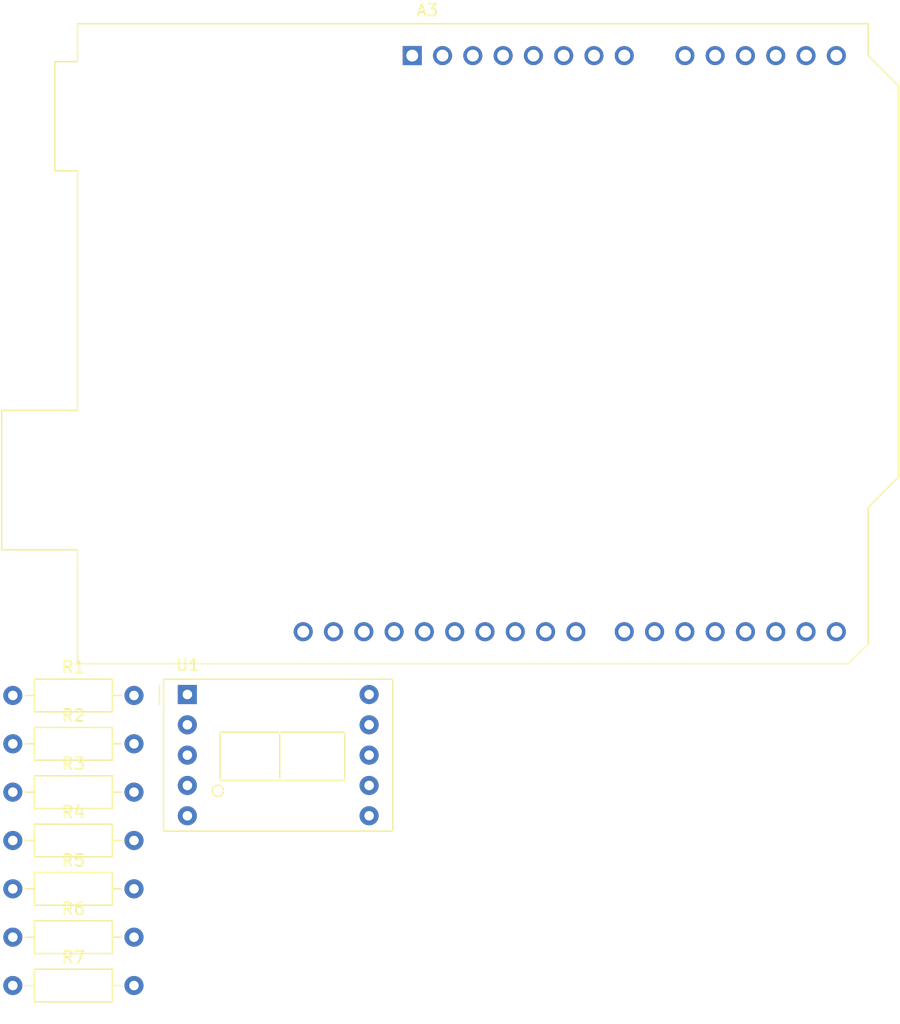
<source format=kicad_pcb>
(kicad_pcb (version 20240108) (generator "pcbnew") (generator_version "8.0")
  (layers (0 "F.Cu" signal) (31 "B.Cu" signal) (34 "B.Paste" user) (35 "F.Paste" user) (36 "B.SilkS" user "B.Silkscreen") (37 "F.SilkS" user "F.Silkscreen") (38 "B.Mask" user) (39 "F.Mask" user) (44 "Edge.Cuts" user))
  (net 0 "")
  (net 4 "Net-(A3-D7)")
  (net 5 "Net-(A3-D5)")
  (net 6 "/D9")
  (net 11 "Net-(A3-D6)")
  (net 13 "Net-(A3-D4)")
  (net 14 "Net-(A3-GND-Pad7)")
  (net 15 "Net-(A3-D8)")
  (net 19 "Net-(A3-D3)")
  (net 33 "Net-(U1-A)")
  (net 34 "Net-(U1-B)")
  (net 35 "Net-(U1-C)")
  (net 36 "Net-(U1-D)")
  (net 37 "Net-(U1-E)")
  (net 38 "Net-(U1-F)")
  (net 39 "/7-seg-G")
  (footprint "Resistor_THT:R_Axial_DIN0207_L6.3mm_D2.5mm_P10.16mm_Horizontal" (layer "F.Cu") (at 97.95 136.44)
    (property "Reference" "R3" (at 5.08 -2.37 0) (layer "F.SilkS"))
    (property "Value" "R_US")
    (fp_line (start 1.04 0) (end 1.81 0) (stroke (width 0.12)) (layer "F.SilkS"))
    (fp_line (start 1.81 -1.37) (end 1.81 1.37) (stroke (width 0.12)) (layer "F.SilkS"))
    (fp_line (start 1.81 1.37) (end 8.35 1.37) (stroke (width 0.12)) (layer "F.SilkS"))
    (fp_line (start 8.35 -1.37) (end 1.81 -1.37) (stroke (width 0.12)) (layer "F.SilkS"))
    (fp_line (start 8.35 1.37) (end 8.35 -1.37) (stroke (width 0.12)) (layer "F.SilkS"))
    (fp_line (start 9.12 0) (end 8.35 0) (stroke (width 0.12)) (layer "F.SilkS"))
    (pad "1" thru_hole circle (at 0 0) (size 1.6 1.6) (drill 0.8) (layers "*.Cu" "*.Mask" "In1.Cu" "In2.Cu" "In3.Cu" "In4.Cu" "In5.Cu" "In6.Cu" "In7.Cu" "In8.Cu" "In9.Cu" "In10.Cu" "In11.Cu" "In12.Cu" "In13.Cu" "In14.Cu" "In15.Cu" "In16.Cu" "In17.Cu" "In18.Cu" "In19.Cu" "In20.Cu" "In21.Cu" "In22.Cu" "In23.Cu" "In24.Cu" "In25.Cu" "In26.Cu" "In27.Cu" "In28.Cu" "In29.Cu" "In30.Cu") (net 5 "Net-(A3-D5)"))
    (pad "2" thru_hole oval (at 10.16 0) (size 1.6 1.6) (drill 0.8) (layers "*.Cu" "*.Mask" "In1.Cu" "In2.Cu" "In3.Cu" "In4.Cu" "In5.Cu" "In6.Cu" "In7.Cu" "In8.Cu" "In9.Cu" "In10.Cu" "In11.Cu" "In12.Cu" "In13.Cu" "In14.Cu" "In15.Cu" "In16.Cu" "In17.Cu" "In18.Cu" "In19.Cu" "In20.Cu" "In21.Cu" "In22.Cu" "In23.Cu" "In24.Cu" "In25.Cu" "In26.Cu" "In27.Cu" "In28.Cu" "In29.Cu" "In30.Cu") (net 35 "Net-(U1-C)"))
  )
  (footprint "Display_7Segment:D1X8K" (layer "F.Cu") (at 112.585 128.26)
    (property "Reference" "U1" (at 0.03 -2.48 0) (layer "F.SilkS"))
    (property "Value" "D168K")
    (fp_line (start -2.34 -0.8) (end -2.34 0.81) (stroke (width 0.12)) (layer "F.SilkS"))
    (fp_line (start -1.99 -1.28) (end -1.99 11.44) (stroke (width 0.12)) (layer "F.SilkS"))
    (fp_line (start 2.7438 3.3372) (end 2.7438 7.0202) (stroke (width 0.12)) (layer "F.SilkS"))
    (fp_line (start 7.646 3.1594) (end 2.7438 3.1594) (stroke (width 0.12)) (layer "F.SilkS"))
    (fp_line (start 7.646 7.198) (end 2.7438 7.198) (stroke (width 0.12)) (layer "F.SilkS"))
    (fp_line (start 7.7476 3.3372) (end 7.7476 7.0202) (stroke (width 0.12)) (layer "F.SilkS"))
    (fp_line (start 13.1832 3.1594) (end 7.8238 3.1594) (stroke (width 0.12)) (layer "F.SilkS"))
    (fp_line (start 13.1832 7.198) (end 7.8238 7.198) (stroke (width 0.12)) (layer "F.SilkS"))
    (fp_line (start 13.2086 3.3372) (end 13.2086 7.0202) (stroke (width 0.12)) (layer "F.SilkS"))
    (fp_line (start 17.23 -1.28) (end -1.99 -1.28) (stroke (width 0.12)) (layer "F.SilkS"))
    (fp_line (start 17.23 -1.28) (end 17.23 11.44) (stroke (width 0.12)) (layer "F.SilkS"))
    (fp_line (start 17.23 11.44) (end -1.99 11.44) (stroke (width 0.12)) (layer "F.SilkS"))
    (fp_circle (center 2.557533 8.07) (end 2.836933 7.689) (stroke (width 0.12)) (fill none) (layer "F.SilkS"))
    (pad "1" thru_hole rect (at 0 0 270) (size 1.6 1.6) (drill 0.8) (layers "*.Cu" "*.Mask" "In1.Cu" "In2.Cu" "In3.Cu" "In4.Cu" "In5.Cu" "In6.Cu" "In7.Cu" "In8.Cu" "In9.Cu" "In10.Cu" "In11.Cu" "In12.Cu" "In13.Cu" "In14.Cu" "In15.Cu" "In16.Cu" "In17.Cu" "In18.Cu" "In19.Cu" "In20.Cu" "In21.Cu" "In22.Cu" "In23.Cu" "In24.Cu" "In25.Cu" "In26.Cu" "In27.Cu" "In28.Cu" "In29.Cu" "In30.Cu") (net 37 "Net-(U1-E)"))
    (pad "2" thru_hole circle (at 0 2.54 270) (size 1.6 1.6) (drill 0.8) (layers "*.Cu" "*.Mask" "In1.Cu" "In2.Cu" "In3.Cu" "In4.Cu" "In5.Cu" "In6.Cu" "In7.Cu" "In8.Cu" "In9.Cu" "In10.Cu" "In11.Cu" "In12.Cu" "In13.Cu" "In14.Cu" "In15.Cu" "In16.Cu" "In17.Cu" "In18.Cu" "In19.Cu" "In20.Cu" "In21.Cu" "In22.Cu" "In23.Cu" "In24.Cu" "In25.Cu" "In26.Cu" "In27.Cu" "In28.Cu" "In29.Cu" "In30.Cu") (net 36 "Net-(U1-D)"))
    (pad "3" thru_hole circle (at 0 5.08 270) (size 1.6 1.6) (drill 0.8) (layers "*.Cu" "*.Mask" "In1.Cu" "In2.Cu" "In3.Cu" "In4.Cu" "In5.Cu" "In6.Cu" "In7.Cu" "In8.Cu" "In9.Cu" "In10.Cu" "In11.Cu" "In12.Cu" "In13.Cu" "In14.Cu" "In15.Cu" "In16.Cu" "In17.Cu" "In18.Cu" "In19.Cu" "In20.Cu" "In21.Cu" "In22.Cu" "In23.Cu" "In24.Cu" "In25.Cu" "In26.Cu" "In27.Cu" "In28.Cu" "In29.Cu" "In30.Cu"))
    (pad "4" thru_hole circle (at 0 7.62 270) (size 1.6 1.6) (drill 0.8) (layers "*.Cu" "*.Mask" "In1.Cu" "In2.Cu" "In3.Cu" "In4.Cu" "In5.Cu" "In6.Cu" "In7.Cu" "In8.Cu" "In9.Cu" "In10.Cu" "In11.Cu" "In12.Cu" "In13.Cu" "In14.Cu" "In15.Cu" "In16.Cu" "In17.Cu" "In18.Cu" "In19.Cu" "In20.Cu" "In21.Cu" "In22.Cu" "In23.Cu" "In24.Cu" "In25.Cu" "In26.Cu" "In27.Cu" "In28.Cu" "In29.Cu" "In30.Cu") (net 35 "Net-(U1-C)"))
    (pad "5" thru_hole circle (at 0 10.16 270) (size 1.6 1.6) (drill 0.8) (layers "*.Cu" "*.Mask" "In1.Cu" "In2.Cu" "In3.Cu" "In4.Cu" "In5.Cu" "In6.Cu" "In7.Cu" "In8.Cu" "In9.Cu" "In10.Cu" "In11.Cu" "In12.Cu" "In13.Cu" "In14.Cu" "In15.Cu" "In16.Cu" "In17.Cu" "In18.Cu" "In19.Cu" "In20.Cu" "In21.Cu" "In22.Cu" "In23.Cu" "In24.Cu" "In25.Cu" "In26.Cu" "In27.Cu" "In28.Cu" "In29.Cu" "In30.Cu"))
    (pad "6" thru_hole circle (at 15.24 10.16 270) (size 1.6 1.6) (drill 0.8) (layers "*.Cu" "*.Mask" "In1.Cu" "In2.Cu" "In3.Cu" "In4.Cu" "In5.Cu" "In6.Cu" "In7.Cu" "In8.Cu" "In9.Cu" "In10.Cu" "In11.Cu" "In12.Cu" "In13.Cu" "In14.Cu" "In15.Cu" "In16.Cu" "In17.Cu" "In18.Cu" "In19.Cu" "In20.Cu" "In21.Cu" "In22.Cu" "In23.Cu" "In24.Cu" "In25.Cu" "In26.Cu" "In27.Cu" "In28.Cu" "In29.Cu" "In30.Cu") (net 34 "Net-(U1-B)"))
    (pad "7" thru_hole circle (at 15.24 7.62 270) (size 1.6 1.6) (drill 0.8) (layers "*.Cu" "*.Mask" "In1.Cu" "In2.Cu" "In3.Cu" "In4.Cu" "In5.Cu" "In6.Cu" "In7.Cu" "In8.Cu" "In9.Cu" "In10.Cu" "In11.Cu" "In12.Cu" "In13.Cu" "In14.Cu" "In15.Cu" "In16.Cu" "In17.Cu" "In18.Cu" "In19.Cu" "In20.Cu" "In21.Cu" "In22.Cu" "In23.Cu" "In24.Cu" "In25.Cu" "In26.Cu" "In27.Cu" "In28.Cu" "In29.Cu" "In30.Cu") (net 33 "Net-(U1-A)"))
    (pad "8" thru_hole circle (at 15.24 5.08 270) (size 1.6 1.6) (drill 0.8) (layers "*.Cu" "*.Mask" "In1.Cu" "In2.Cu" "In3.Cu" "In4.Cu" "In5.Cu" "In6.Cu" "In7.Cu" "In8.Cu" "In9.Cu" "In10.Cu" "In11.Cu" "In12.Cu" "In13.Cu" "In14.Cu" "In15.Cu" "In16.Cu" "In17.Cu" "In18.Cu" "In19.Cu" "In20.Cu" "In21.Cu" "In22.Cu" "In23.Cu" "In24.Cu" "In25.Cu" "In26.Cu" "In27.Cu" "In28.Cu" "In29.Cu" "In30.Cu") (net 14 "Net-(A3-GND-Pad7)"))
    (pad "9" thru_hole circle (at 15.24 2.54 270) (size 1.6 1.6) (drill 0.8) (layers "*.Cu" "*.Mask" "In1.Cu" "In2.Cu" "In3.Cu" "In4.Cu" "In5.Cu" "In6.Cu" "In7.Cu" "In8.Cu" "In9.Cu" "In10.Cu" "In11.Cu" "In12.Cu" "In13.Cu" "In14.Cu" "In15.Cu" "In16.Cu" "In17.Cu" "In18.Cu" "In19.Cu" "In20.Cu" "In21.Cu" "In22.Cu" "In23.Cu" "In24.Cu" "In25.Cu" "In26.Cu" "In27.Cu" "In28.Cu" "In29.Cu" "In30.Cu") (net 38 "Net-(U1-F)"))
    (pad "10" thru_hole circle (at 15.24 0 270) (size 1.6 1.6) (drill 0.8) (layers "*.Cu" "*.Mask" "In1.Cu" "In2.Cu" "In3.Cu" "In4.Cu" "In5.Cu" "In6.Cu" "In7.Cu" "In8.Cu" "In9.Cu" "In10.Cu" "In11.Cu" "In12.Cu" "In13.Cu" "In14.Cu" "In15.Cu" "In16.Cu" "In17.Cu" "In18.Cu" "In19.Cu" "In20.Cu" "In21.Cu" "In22.Cu" "In23.Cu" "In24.Cu" "In25.Cu" "In26.Cu" "In27.Cu" "In28.Cu" "In29.Cu" "In30.Cu") (net 39 "/7-seg-G"))
  )
  (footprint "Resistor_THT:R_Axial_DIN0207_L6.3mm_D2.5mm_P10.16mm_Horizontal" (layer "F.Cu") (at 97.95 132.39)
    (property "Reference" "R2" (at 5.08 -2.37 0) (layer "F.SilkS"))
    (property "Value" "R_US")
    (fp_line (start 1.04 0) (end 1.81 0) (stroke (width 0.12)) (layer "F.SilkS"))
    (fp_line (start 1.81 -1.37) (end 1.81 1.37) (stroke (width 0.12)) (layer "F.SilkS"))
    (fp_line (start 1.81 1.37) (end 8.35 1.37) (stroke (width 0.12)) (layer "F.SilkS"))
    (fp_line (start 8.35 -1.37) (end 1.81 -1.37) (stroke (width 0.12)) (layer "F.SilkS"))
    (fp_line (start 8.35 1.37) (end 8.35 -1.37) (stroke (width 0.12)) (layer "F.SilkS"))
    (fp_line (start 9.12 0) (end 8.35 0) (stroke (width 0.12)) (layer "F.SilkS"))
    (pad "1" thru_hole circle (at 0 0) (size 1.6 1.6) (drill 0.8) (layers "*.Cu" "*.Mask" "In1.Cu" "In2.Cu" "In3.Cu" "In4.Cu" "In5.Cu" "In6.Cu" "In7.Cu" "In8.Cu" "In9.Cu" "In10.Cu" "In11.Cu" "In12.Cu" "In13.Cu" "In14.Cu" "In15.Cu" "In16.Cu" "In17.Cu" "In18.Cu" "In19.Cu" "In20.Cu" "In21.Cu" "In22.Cu" "In23.Cu" "In24.Cu" "In25.Cu" "In26.Cu" "In27.Cu" "In28.Cu" "In29.Cu" "In30.Cu") (net 13 "Net-(A3-D4)"))
    (pad "2" thru_hole oval (at 10.16 0) (size 1.6 1.6) (drill 0.8) (layers "*.Cu" "*.Mask" "In1.Cu" "In2.Cu" "In3.Cu" "In4.Cu" "In5.Cu" "In6.Cu" "In7.Cu" "In8.Cu" "In9.Cu" "In10.Cu" "In11.Cu" "In12.Cu" "In13.Cu" "In14.Cu" "In15.Cu" "In16.Cu" "In17.Cu" "In18.Cu" "In19.Cu" "In20.Cu" "In21.Cu" "In22.Cu" "In23.Cu" "In24.Cu" "In25.Cu" "In26.Cu" "In27.Cu" "In28.Cu" "In29.Cu" "In30.Cu") (net 34 "Net-(U1-B)"))
  )
  (footprint "Resistor_THT:R_Axial_DIN0207_L6.3mm_D2.5mm_P10.16mm_Horizontal" (layer "F.Cu") (at 97.95 128.34)
    (property "Reference" "R1" (at 5.08 -2.37 0) (layer "F.SilkS"))
    (property "Value" "R_US")
    (fp_line (start 1.04 0) (end 1.81 0) (stroke (width 0.12)) (layer "F.SilkS"))
    (fp_line (start 1.81 -1.37) (end 1.81 1.37) (stroke (width 0.12)) (layer "F.SilkS"))
    (fp_line (start 1.81 1.37) (end 8.35 1.37) (stroke (width 0.12)) (layer "F.SilkS"))
    (fp_line (start 8.35 -1.37) (end 1.81 -1.37) (stroke (width 0.12)) (layer "F.SilkS"))
    (fp_line (start 8.35 1.37) (end 8.35 -1.37) (stroke (width 0.12)) (layer "F.SilkS"))
    (fp_line (start 9.12 0) (end 8.35 0) (stroke (width 0.12)) (layer "F.SilkS"))
    (pad "1" thru_hole circle (at 0 0) (size 1.6 1.6) (drill 0.8) (layers "*.Cu" "*.Mask" "In1.Cu" "In2.Cu" "In3.Cu" "In4.Cu" "In5.Cu" "In6.Cu" "In7.Cu" "In8.Cu" "In9.Cu" "In10.Cu" "In11.Cu" "In12.Cu" "In13.Cu" "In14.Cu" "In15.Cu" "In16.Cu" "In17.Cu" "In18.Cu" "In19.Cu" "In20.Cu" "In21.Cu" "In22.Cu" "In23.Cu" "In24.Cu" "In25.Cu" "In26.Cu" "In27.Cu" "In28.Cu" "In29.Cu" "In30.Cu") (net 19 "Net-(A3-D3)"))
    (pad "2" thru_hole oval (at 10.16 0) (size 1.6 1.6) (drill 0.8) (layers "*.Cu" "*.Mask" "In1.Cu" "In2.Cu" "In3.Cu" "In4.Cu" "In5.Cu" "In6.Cu" "In7.Cu" "In8.Cu" "In9.Cu" "In10.Cu" "In11.Cu" "In12.Cu" "In13.Cu" "In14.Cu" "In15.Cu" "In16.Cu" "In17.Cu" "In18.Cu" "In19.Cu" "In20.Cu" "In21.Cu" "In22.Cu" "In23.Cu" "In24.Cu" "In25.Cu" "In26.Cu" "In27.Cu" "In28.Cu" "In29.Cu" "In30.Cu") (net 33 "Net-(U1-A)"))
  )
  (footprint "Resistor_THT:R_Axial_DIN0207_L6.3mm_D2.5mm_P10.16mm_Horizontal" (layer "F.Cu") (at 97.95 144.54)
    (property "Reference" "R5" (at 5.08 -2.37 0) (layer "F.SilkS"))
    (property "Value" "R_US")
    (fp_line (start 1.04 0) (end 1.81 0) (stroke (width 0.12)) (layer "F.SilkS"))
    (fp_line (start 1.81 -1.37) (end 1.81 1.37) (stroke (width 0.12)) (layer "F.SilkS"))
    (fp_line (start 1.81 1.37) (end 8.35 1.37) (stroke (width 0.12)) (layer "F.SilkS"))
    (fp_line (start 8.35 -1.37) (end 1.81 -1.37) (stroke (width 0.12)) (layer "F.SilkS"))
    (fp_line (start 8.35 1.37) (end 8.35 -1.37) (stroke (width 0.12)) (layer "F.SilkS"))
    (fp_line (start 9.12 0) (end 8.35 0) (stroke (width 0.12)) (layer "F.SilkS"))
    (pad "1" thru_hole circle (at 0 0) (size 1.6 1.6) (drill 0.8) (layers "*.Cu" "*.Mask" "In1.Cu" "In2.Cu" "In3.Cu" "In4.Cu" "In5.Cu" "In6.Cu" "In7.Cu" "In8.Cu" "In9.Cu" "In10.Cu" "In11.Cu" "In12.Cu" "In13.Cu" "In14.Cu" "In15.Cu" "In16.Cu" "In17.Cu" "In18.Cu" "In19.Cu" "In20.Cu" "In21.Cu" "In22.Cu" "In23.Cu" "In24.Cu" "In25.Cu" "In26.Cu" "In27.Cu" "In28.Cu" "In29.Cu" "In30.Cu") (net 4 "Net-(A3-D7)"))
    (pad "2" thru_hole oval (at 10.16 0) (size 1.6 1.6) (drill 0.8) (layers "*.Cu" "*.Mask" "In1.Cu" "In2.Cu" "In3.Cu" "In4.Cu" "In5.Cu" "In6.Cu" "In7.Cu" "In8.Cu" "In9.Cu" "In10.Cu" "In11.Cu" "In12.Cu" "In13.Cu" "In14.Cu" "In15.Cu" "In16.Cu" "In17.Cu" "In18.Cu" "In19.Cu" "In20.Cu" "In21.Cu" "In22.Cu" "In23.Cu" "In24.Cu" "In25.Cu" "In26.Cu" "In27.Cu" "In28.Cu" "In29.Cu" "In30.Cu") (net 37 "Net-(U1-E)"))
  )
  (footprint "Resistor_THT:R_Axial_DIN0207_L6.3mm_D2.5mm_P10.16mm_Horizontal" (layer "F.Cu") (at 97.95 152.64)
    (property "Reference" "R7" (at 5.08 -2.37 0) (layer "F.SilkS"))
    (property "Value" "R_US")
    (fp_line (start 1.04 0) (end 1.81 0) (stroke (width 0.12)) (layer "F.SilkS"))
    (fp_line (start 1.81 -1.37) (end 1.81 1.37) (stroke (width 0.12)) (layer "F.SilkS"))
    (fp_line (start 1.81 1.37) (end 8.35 1.37) (stroke (width 0.12)) (layer "F.SilkS"))
    (fp_line (start 8.35 -1.37) (end 1.81 -1.37) (stroke (width 0.12)) (layer "F.SilkS"))
    (fp_line (start 8.35 1.37) (end 8.35 -1.37) (stroke (width 0.12)) (layer "F.SilkS"))
    (fp_line (start 9.12 0) (end 8.35 0) (stroke (width 0.12)) (layer "F.SilkS"))
    (pad "1" thru_hole circle (at 0 0) (size 1.6 1.6) (drill 0.8) (layers "*.Cu" "*.Mask" "In1.Cu" "In2.Cu" "In3.Cu" "In4.Cu" "In5.Cu" "In6.Cu" "In7.Cu" "In8.Cu" "In9.Cu" "In10.Cu" "In11.Cu" "In12.Cu" "In13.Cu" "In14.Cu" "In15.Cu" "In16.Cu" "In17.Cu" "In18.Cu" "In19.Cu" "In20.Cu" "In21.Cu" "In22.Cu" "In23.Cu" "In24.Cu" "In25.Cu" "In26.Cu" "In27.Cu" "In28.Cu" "In29.Cu" "In30.Cu") (net 6 "/D9"))
    (pad "2" thru_hole oval (at 10.16 0) (size 1.6 1.6) (drill 0.8) (layers "*.Cu" "*.Mask" "In1.Cu" "In2.Cu" "In3.Cu" "In4.Cu" "In5.Cu" "In6.Cu" "In7.Cu" "In8.Cu" "In9.Cu" "In10.Cu" "In11.Cu" "In12.Cu" "In13.Cu" "In14.Cu" "In15.Cu" "In16.Cu" "In17.Cu" "In18.Cu" "In19.Cu" "In20.Cu" "In21.Cu" "In22.Cu" "In23.Cu" "In24.Cu" "In25.Cu" "In26.Cu" "In27.Cu" "In28.Cu" "In29.Cu" "In30.Cu") (net 39 "/7-seg-G"))
  )
  (footprint "Module:Arduino_UNO_R3" (layer "F.Cu") (at 131.44 74.74)
    (property "Reference" "A3" (at 1.27 -3.81 180) (layer "F.SilkS"))
    (property "Value" "Arduino_UNO_R3")
    (fp_line (start -34.42 29.72) (end -34.42 41.4) (stroke (width 0.12)) (layer "F.SilkS"))
    (fp_line (start -34.42 41.4) (end -28.07 41.4) (stroke (width 0.12)) (layer "F.SilkS"))
    (fp_line (start -29.97 0.51) (end -29.97 9.65) (stroke (width 0.12)) (layer "F.SilkS"))
    (fp_line (start -29.97 9.65) (end -28.07 9.65) (stroke (width 0.12)) (layer "F.SilkS"))
    (fp_line (start -28.07 -2.67) (end -28.07 0.51) (stroke (width 0.12)) (layer "F.SilkS"))
    (fp_line (start -28.07 0.51) (end -29.97 0.51) (stroke (width 0.12)) (layer "F.SilkS"))
    (fp_line (start -28.07 9.65) (end -28.07 29.72) (stroke (width 0.12)) (layer "F.SilkS"))
    (fp_line (start -28.07 29.72) (end -34.42 29.72) (stroke (width 0.12)) (layer "F.SilkS"))
    (fp_line (start -28.07 41.4) (end -28.07 50.93) (stroke (width 0.12)) (layer "F.SilkS"))
    (fp_line (start -28.07 50.93) (end 36.58 50.93) (stroke (width 0.12)) (layer "F.SilkS"))
    (fp_line (start 36.58 50.93) (end 38.23 49.28) (stroke (width 0.12)) (layer "F.SilkS"))
    (fp_line (start 38.23 -2.67) (end -28.07 -2.67) (stroke (width 0.12)) (layer "F.SilkS"))
    (fp_line (start 38.23 0) (end 38.23 -2.67) (stroke (width 0.12)) (layer "F.SilkS"))
    (fp_line (start 38.23 37.85) (end 40.77 35.31) (stroke (width 0.12)) (layer "F.SilkS"))
    (fp_line (start 38.23 49.28) (end 38.23 37.85) (stroke (width 0.12)) (layer "F.SilkS"))
    (fp_line (start 40.77 2.54) (end 38.23 0) (stroke (width 0.12)) (layer "F.SilkS"))
    (fp_line (start 40.77 35.31) (end 40.77 2.54) (stroke (width 0.12)) (layer "F.SilkS"))
    (pad "1" thru_hole rect (at 0 0 90) (size 1.6 1.6) (drill 1) (layers "*.Cu" "*.Mask" "In1.Cu" "In2.Cu" "In3.Cu" "In4.Cu" "In5.Cu" "In6.Cu" "In7.Cu" "In8.Cu" "In9.Cu" "In10.Cu" "In11.Cu" "In12.Cu" "In13.Cu" "In14.Cu" "In15.Cu" "In16.Cu" "In17.Cu" "In18.Cu" "In19.Cu" "In20.Cu" "In21.Cu" "In22.Cu" "In23.Cu" "In24.Cu" "In25.Cu" "In26.Cu" "In27.Cu" "In28.Cu" "In29.Cu" "In30.Cu"))
    (pad "2" thru_hole oval (at 2.54 0 90) (size 1.6 1.6) (drill 1) (layers "*.Cu" "*.Mask" "In1.Cu" "In2.Cu" "In3.Cu" "In4.Cu" "In5.Cu" "In6.Cu" "In7.Cu" "In8.Cu" "In9.Cu" "In10.Cu" "In11.Cu" "In12.Cu" "In13.Cu" "In14.Cu" "In15.Cu" "In16.Cu" "In17.Cu" "In18.Cu" "In19.Cu" "In20.Cu" "In21.Cu" "In22.Cu" "In23.Cu" "In24.Cu" "In25.Cu" "In26.Cu" "In27.Cu" "In28.Cu" "In29.Cu" "In30.Cu"))
    (pad "3" thru_hole oval (at 5.08 0 90) (size 1.6 1.6) (drill 1) (layers "*.Cu" "*.Mask" "In1.Cu" "In2.Cu" "In3.Cu" "In4.Cu" "In5.Cu" "In6.Cu" "In7.Cu" "In8.Cu" "In9.Cu" "In10.Cu" "In11.Cu" "In12.Cu" "In13.Cu" "In14.Cu" "In15.Cu" "In16.Cu" "In17.Cu" "In18.Cu" "In19.Cu" "In20.Cu" "In21.Cu" "In22.Cu" "In23.Cu" "In24.Cu" "In25.Cu" "In26.Cu" "In27.Cu" "In28.Cu" "In29.Cu" "In30.Cu"))
    (pad "4" thru_hole oval (at 7.62 0 90) (size 1.6 1.6) (drill 1) (layers "*.Cu" "*.Mask" "In1.Cu" "In2.Cu" "In3.Cu" "In4.Cu" "In5.Cu" "In6.Cu" "In7.Cu" "In8.Cu" "In9.Cu" "In10.Cu" "In11.Cu" "In12.Cu" "In13.Cu" "In14.Cu" "In15.Cu" "In16.Cu" "In17.Cu" "In18.Cu" "In19.Cu" "In20.Cu" "In21.Cu" "In22.Cu" "In23.Cu" "In24.Cu" "In25.Cu" "In26.Cu" "In27.Cu" "In28.Cu" "In29.Cu" "In30.Cu"))
    (pad "5" thru_hole oval (at 10.16 0 90) (size 1.6 1.6) (drill 1) (layers "*.Cu" "*.Mask" "In1.Cu" "In2.Cu" "In3.Cu" "In4.Cu" "In5.Cu" "In6.Cu" "In7.Cu" "In8.Cu" "In9.Cu" "In10.Cu" "In11.Cu" "In12.Cu" "In13.Cu" "In14.Cu" "In15.Cu" "In16.Cu" "In17.Cu" "In18.Cu" "In19.Cu" "In20.Cu" "In21.Cu" "In22.Cu" "In23.Cu" "In24.Cu" "In25.Cu" "In26.Cu" "In27.Cu" "In28.Cu" "In29.Cu" "In30.Cu"))
    (pad "6" thru_hole oval (at 12.7 0 90) (size 1.6 1.6) (drill 1) (layers "*.Cu" "*.Mask" "In1.Cu" "In2.Cu" "In3.Cu" "In4.Cu" "In5.Cu" "In6.Cu" "In7.Cu" "In8.Cu" "In9.Cu" "In10.Cu" "In11.Cu" "In12.Cu" "In13.Cu" "In14.Cu" "In15.Cu" "In16.Cu" "In17.Cu" "In18.Cu" "In19.Cu" "In20.Cu" "In21.Cu" "In22.Cu" "In23.Cu" "In24.Cu" "In25.Cu" "In26.Cu" "In27.Cu" "In28.Cu" "In29.Cu" "In30.Cu"))
    (pad "7" thru_hole oval (at 15.24 0 90) (size 1.6 1.6) (drill 1) (layers "*.Cu" "*.Mask" "In1.Cu" "In2.Cu" "In3.Cu" "In4.Cu" "In5.Cu" "In6.Cu" "In7.Cu" "In8.Cu" "In9.Cu" "In10.Cu" "In11.Cu" "In12.Cu" "In13.Cu" "In14.Cu" "In15.Cu" "In16.Cu" "In17.Cu" "In18.Cu" "In19.Cu" "In20.Cu" "In21.Cu" "In22.Cu" "In23.Cu" "In24.Cu" "In25.Cu" "In26.Cu" "In27.Cu" "In28.Cu" "In29.Cu" "In30.Cu") (net 14 "Net-(A3-GND-Pad7)"))
    (pad "8" thru_hole oval (at 17.78 0 90) (size 1.6 1.6) (drill 1) (layers "*.Cu" "*.Mask" "In1.Cu" "In2.Cu" "In3.Cu" "In4.Cu" "In5.Cu" "In6.Cu" "In7.Cu" "In8.Cu" "In9.Cu" "In10.Cu" "In11.Cu" "In12.Cu" "In13.Cu" "In14.Cu" "In15.Cu" "In16.Cu" "In17.Cu" "In18.Cu" "In19.Cu" "In20.Cu" "In21.Cu" "In22.Cu" "In23.Cu" "In24.Cu" "In25.Cu" "In26.Cu" "In27.Cu" "In28.Cu" "In29.Cu" "In30.Cu"))
    (pad "9" thru_hole oval (at 22.86 0 90) (size 1.6 1.6) (drill 1) (layers "*.Cu" "*.Mask" "In1.Cu" "In2.Cu" "In3.Cu" "In4.Cu" "In5.Cu" "In6.Cu" "In7.Cu" "In8.Cu" "In9.Cu" "In10.Cu" "In11.Cu" "In12.Cu" "In13.Cu" "In14.Cu" "In15.Cu" "In16.Cu" "In17.Cu" "In18.Cu" "In19.Cu" "In20.Cu" "In21.Cu" "In22.Cu" "In23.Cu" "In24.Cu" "In25.Cu" "In26.Cu" "In27.Cu" "In28.Cu" "In29.Cu" "In30.Cu"))
    (pad "10" thru_hole oval (at 25.4 0 90) (size 1.6 1.6) (drill 1) (layers "*.Cu" "*.Mask" "In1.Cu" "In2.Cu" "In3.Cu" "In4.Cu" "In5.Cu" "In6.Cu" "In7.Cu" "In8.Cu" "In9.Cu" "In10.Cu" "In11.Cu" "In12.Cu" "In13.Cu" "In14.Cu" "In15.Cu" "In16.Cu" "In17.Cu" "In18.Cu" "In19.Cu" "In20.Cu" "In21.Cu" "In22.Cu" "In23.Cu" "In24.Cu" "In25.Cu" "In26.Cu" "In27.Cu" "In28.Cu" "In29.Cu" "In30.Cu"))
    (pad "11" thru_hole oval (at 27.94 0 90) (size 1.6 1.6) (drill 1) (layers "*.Cu" "*.Mask" "In1.Cu" "In2.Cu" "In3.Cu" "In4.Cu" "In5.Cu" "In6.Cu" "In7.Cu" "In8.Cu" "In9.Cu" "In10.Cu" "In11.Cu" "In12.Cu" "In13.Cu" "In14.Cu" "In15.Cu" "In16.Cu" "In17.Cu" "In18.Cu" "In19.Cu" "In20.Cu" "In21.Cu" "In22.Cu" "In23.Cu" "In24.Cu" "In25.Cu" "In26.Cu" "In27.Cu" "In28.Cu" "In29.Cu" "In30.Cu"))
    (pad "12" thru_hole oval (at 30.48 0 90) (size 1.6 1.6) (drill 1) (layers "*.Cu" "*.Mask" "In1.Cu" "In2.Cu" "In3.Cu" "In4.Cu" "In5.Cu" "In6.Cu" "In7.Cu" "In8.Cu" "In9.Cu" "In10.Cu" "In11.Cu" "In12.Cu" "In13.Cu" "In14.Cu" "In15.Cu" "In16.Cu" "In17.Cu" "In18.Cu" "In19.Cu" "In20.Cu" "In21.Cu" "In22.Cu" "In23.Cu" "In24.Cu" "In25.Cu" "In26.Cu" "In27.Cu" "In28.Cu" "In29.Cu" "In30.Cu"))
    (pad "13" thru_hole oval (at 33.02 0 90) (size 1.6 1.6) (drill 1) (layers "*.Cu" "*.Mask" "In1.Cu" "In2.Cu" "In3.Cu" "In4.Cu" "In5.Cu" "In6.Cu" "In7.Cu" "In8.Cu" "In9.Cu" "In10.Cu" "In11.Cu" "In12.Cu" "In13.Cu" "In14.Cu" "In15.Cu" "In16.Cu" "In17.Cu" "In18.Cu" "In19.Cu" "In20.Cu" "In21.Cu" "In22.Cu" "In23.Cu" "In24.Cu" "In25.Cu" "In26.Cu" "In27.Cu" "In28.Cu" "In29.Cu" "In30.Cu"))
    (pad "14" thru_hole oval (at 35.56 0 90) (size 1.6 1.6) (drill 1) (layers "*.Cu" "*.Mask" "In1.Cu" "In2.Cu" "In3.Cu" "In4.Cu" "In5.Cu" "In6.Cu" "In7.Cu" "In8.Cu" "In9.Cu" "In10.Cu" "In11.Cu" "In12.Cu" "In13.Cu" "In14.Cu" "In15.Cu" "In16.Cu" "In17.Cu" "In18.Cu" "In19.Cu" "In20.Cu" "In21.Cu" "In22.Cu" "In23.Cu" "In24.Cu" "In25.Cu" "In26.Cu" "In27.Cu" "In28.Cu" "In29.Cu" "In30.Cu"))
    (pad "15" thru_hole oval (at 35.56 48.26 90) (size 1.6 1.6) (drill 1) (layers "*.Cu" "*.Mask" "In1.Cu" "In2.Cu" "In3.Cu" "In4.Cu" "In5.Cu" "In6.Cu" "In7.Cu" "In8.Cu" "In9.Cu" "In10.Cu" "In11.Cu" "In12.Cu" "In13.Cu" "In14.Cu" "In15.Cu" "In16.Cu" "In17.Cu" "In18.Cu" "In19.Cu" "In20.Cu" "In21.Cu" "In22.Cu" "In23.Cu" "In24.Cu" "In25.Cu" "In26.Cu" "In27.Cu" "In28.Cu" "In29.Cu" "In30.Cu"))
    (pad "16" thru_hole oval (at 33.02 48.26 90) (size 1.6 1.6) (drill 1) (layers "*.Cu" "*.Mask" "In1.Cu" "In2.Cu" "In3.Cu" "In4.Cu" "In5.Cu" "In6.Cu" "In7.Cu" "In8.Cu" "In9.Cu" "In10.Cu" "In11.Cu" "In12.Cu" "In13.Cu" "In14.Cu" "In15.Cu" "In16.Cu" "In17.Cu" "In18.Cu" "In19.Cu" "In20.Cu" "In21.Cu" "In22.Cu" "In23.Cu" "In24.Cu" "In25.Cu" "In26.Cu" "In27.Cu" "In28.Cu" "In29.Cu" "In30.Cu"))
    (pad "17" thru_hole oval (at 30.48 48.26 90) (size 1.6 1.6) (drill 1) (layers "*.Cu" "*.Mask" "In1.Cu" "In2.Cu" "In3.Cu" "In4.Cu" "In5.Cu" "In6.Cu" "In7.Cu" "In8.Cu" "In9.Cu" "In10.Cu" "In11.Cu" "In12.Cu" "In13.Cu" "In14.Cu" "In15.Cu" "In16.Cu" "In17.Cu" "In18.Cu" "In19.Cu" "In20.Cu" "In21.Cu" "In22.Cu" "In23.Cu" "In24.Cu" "In25.Cu" "In26.Cu" "In27.Cu" "In28.Cu" "In29.Cu" "In30.Cu"))
    (pad "18" thru_hole oval (at 27.94 48.26 90) (size 1.6 1.6) (drill 1) (layers "*.Cu" "*.Mask" "In1.Cu" "In2.Cu" "In3.Cu" "In4.Cu" "In5.Cu" "In6.Cu" "In7.Cu" "In8.Cu" "In9.Cu" "In10.Cu" "In11.Cu" "In12.Cu" "In13.Cu" "In14.Cu" "In15.Cu" "In16.Cu" "In17.Cu" "In18.Cu" "In19.Cu" "In20.Cu" "In21.Cu" "In22.Cu" "In23.Cu" "In24.Cu" "In25.Cu" "In26.Cu" "In27.Cu" "In28.Cu" "In29.Cu" "In30.Cu") (net 19 "Net-(A3-D3)"))
    (pad "19" thru_hole oval (at 25.4 48.26 90) (size 1.6 1.6) (drill 1) (layers "*.Cu" "*.Mask" "In1.Cu" "In2.Cu" "In3.Cu" "In4.Cu" "In5.Cu" "In6.Cu" "In7.Cu" "In8.Cu" "In9.Cu" "In10.Cu" "In11.Cu" "In12.Cu" "In13.Cu" "In14.Cu" "In15.Cu" "In16.Cu" "In17.Cu" "In18.Cu" "In19.Cu" "In20.Cu" "In21.Cu" "In22.Cu" "In23.Cu" "In24.Cu" "In25.Cu" "In26.Cu" "In27.Cu" "In28.Cu" "In29.Cu" "In30.Cu") (net 13 "Net-(A3-D4)"))
    (pad "20" thru_hole oval (at 22.86 48.26 90) (size 1.6 1.6) (drill 1) (layers "*.Cu" "*.Mask" "In1.Cu" "In2.Cu" "In3.Cu" "In4.Cu" "In5.Cu" "In6.Cu" "In7.Cu" "In8.Cu" "In9.Cu" "In10.Cu" "In11.Cu" "In12.Cu" "In13.Cu" "In14.Cu" "In15.Cu" "In16.Cu" "In17.Cu" "In18.Cu" "In19.Cu" "In20.Cu" "In21.Cu" "In22.Cu" "In23.Cu" "In24.Cu" "In25.Cu" "In26.Cu" "In27.Cu" "In28.Cu" "In29.Cu" "In30.Cu") (net 5 "Net-(A3-D5)"))
    (pad "21" thru_hole oval (at 20.32 48.26 90) (size 1.6 1.6) (drill 1) (layers "*.Cu" "*.Mask" "In1.Cu" "In2.Cu" "In3.Cu" "In4.Cu" "In5.Cu" "In6.Cu" "In7.Cu" "In8.Cu" "In9.Cu" "In10.Cu" "In11.Cu" "In12.Cu" "In13.Cu" "In14.Cu" "In15.Cu" "In16.Cu" "In17.Cu" "In18.Cu" "In19.Cu" "In20.Cu" "In21.Cu" "In22.Cu" "In23.Cu" "In24.Cu" "In25.Cu" "In26.Cu" "In27.Cu" "In28.Cu" "In29.Cu" "In30.Cu") (net 11 "Net-(A3-D6)"))
    (pad "22" thru_hole oval (at 17.78 48.26 90) (size 1.6 1.6) (drill 1) (layers "*.Cu" "*.Mask" "In1.Cu" "In2.Cu" "In3.Cu" "In4.Cu" "In5.Cu" "In6.Cu" "In7.Cu" "In8.Cu" "In9.Cu" "In10.Cu" "In11.Cu" "In12.Cu" "In13.Cu" "In14.Cu" "In15.Cu" "In16.Cu" "In17.Cu" "In18.Cu" "In19.Cu" "In20.Cu" "In21.Cu" "In22.Cu" "In23.Cu" "In24.Cu" "In25.Cu" "In26.Cu" "In27.Cu" "In28.Cu" "In29.Cu" "In30.Cu") (net 4 "Net-(A3-D7)"))
    (pad "23" thru_hole oval (at 13.72 48.26 90) (size 1.6 1.6) (drill 1) (layers "*.Cu" "*.Mask" "In1.Cu" "In2.Cu" "In3.Cu" "In4.Cu" "In5.Cu" "In6.Cu" "In7.Cu" "In8.Cu" "In9.Cu" "In10.Cu" "In11.Cu" "In12.Cu" "In13.Cu" "In14.Cu" "In15.Cu" "In16.Cu" "In17.Cu" "In18.Cu" "In19.Cu" "In20.Cu" "In21.Cu" "In22.Cu" "In23.Cu" "In24.Cu" "In25.Cu" "In26.Cu" "In27.Cu" "In28.Cu" "In29.Cu" "In30.Cu") (net 15 "Net-(A3-D8)"))
    (pad "24" thru_hole oval (at 11.18 48.26 90) (size 1.6 1.6) (drill 1) (layers "*.Cu" "*.Mask" "In1.Cu" "In2.Cu" "In3.Cu" "In4.Cu" "In5.Cu" "In6.Cu" "In7.Cu" "In8.Cu" "In9.Cu" "In10.Cu" "In11.Cu" "In12.Cu" "In13.Cu" "In14.Cu" "In15.Cu" "In16.Cu" "In17.Cu" "In18.Cu" "In19.Cu" "In20.Cu" "In21.Cu" "In22.Cu" "In23.Cu" "In24.Cu" "In25.Cu" "In26.Cu" "In27.Cu" "In28.Cu" "In29.Cu" "In30.Cu") (net 6 "/D9"))
    (pad "25" thru_hole oval (at 8.64 48.26 90) (size 1.6 1.6) (drill 1) (layers "*.Cu" "*.Mask" "In1.Cu" "In2.Cu" "In3.Cu" "In4.Cu" "In5.Cu" "In6.Cu" "In7.Cu" "In8.Cu" "In9.Cu" "In10.Cu" "In11.Cu" "In12.Cu" "In13.Cu" "In14.Cu" "In15.Cu" "In16.Cu" "In17.Cu" "In18.Cu" "In19.Cu" "In20.Cu" "In21.Cu" "In22.Cu" "In23.Cu" "In24.Cu" "In25.Cu" "In26.Cu" "In27.Cu" "In28.Cu" "In29.Cu" "In30.Cu"))
    (pad "26" thru_hole oval (at 6.1 48.26 90) (size 1.6 1.6) (drill 1) (layers "*.Cu" "*.Mask" "In1.Cu" "In2.Cu" "In3.Cu" "In4.Cu" "In5.Cu" "In6.Cu" "In7.Cu" "In8.Cu" "In9.Cu" "In10.Cu" "In11.Cu" "In12.Cu" "In13.Cu" "In14.Cu" "In15.Cu" "In16.Cu" "In17.Cu" "In18.Cu" "In19.Cu" "In20.Cu" "In21.Cu" "In22.Cu" "In23.Cu" "In24.Cu" "In25.Cu" "In26.Cu" "In27.Cu" "In28.Cu" "In29.Cu" "In30.Cu"))
    (pad "27" thru_hole oval (at 3.56 48.26 90) (size 1.6 1.6) (drill 1) (layers "*.Cu" "*.Mask" "In1.Cu" "In2.Cu" "In3.Cu" "In4.Cu" "In5.Cu" "In6.Cu" "In7.Cu" "In8.Cu" "In9.Cu" "In10.Cu" "In11.Cu" "In12.Cu" "In13.Cu" "In14.Cu" "In15.Cu" "In16.Cu" "In17.Cu" "In18.Cu" "In19.Cu" "In20.Cu" "In21.Cu" "In22.Cu" "In23.Cu" "In24.Cu" "In25.Cu" "In26.Cu" "In27.Cu" "In28.Cu" "In29.Cu" "In30.Cu"))
    (pad "28" thru_hole oval (at 1.02 48.26 90) (size 1.6 1.6) (drill 1) (layers "*.Cu" "*.Mask" "In1.Cu" "In2.Cu" "In3.Cu" "In4.Cu" "In5.Cu" "In6.Cu" "In7.Cu" "In8.Cu" "In9.Cu" "In10.Cu" "In11.Cu" "In12.Cu" "In13.Cu" "In14.Cu" "In15.Cu" "In16.Cu" "In17.Cu" "In18.Cu" "In19.Cu" "In20.Cu" "In21.Cu" "In22.Cu" "In23.Cu" "In24.Cu" "In25.Cu" "In26.Cu" "In27.Cu" "In28.Cu" "In29.Cu" "In30.Cu"))
    (pad "29" thru_hole oval (at -1.52 48.26 90) (size 1.6 1.6) (drill 1) (layers "*.Cu" "*.Mask" "In1.Cu" "In2.Cu" "In3.Cu" "In4.Cu" "In5.Cu" "In6.Cu" "In7.Cu" "In8.Cu" "In9.Cu" "In10.Cu" "In11.Cu" "In12.Cu" "In13.Cu" "In14.Cu" "In15.Cu" "In16.Cu" "In17.Cu" "In18.Cu" "In19.Cu" "In20.Cu" "In21.Cu" "In22.Cu" "In23.Cu" "In24.Cu" "In25.Cu" "In26.Cu" "In27.Cu" "In28.Cu" "In29.Cu" "In30.Cu"))
    (pad "30" thru_hole oval (at -4.06 48.26 90) (size 1.6 1.6) (drill 1) (layers "*.Cu" "*.Mask" "In1.Cu" "In2.Cu" "In3.Cu" "In4.Cu" "In5.Cu" "In6.Cu" "In7.Cu" "In8.Cu" "In9.Cu" "In10.Cu" "In11.Cu" "In12.Cu" "In13.Cu" "In14.Cu" "In15.Cu" "In16.Cu" "In17.Cu" "In18.Cu" "In19.Cu" "In20.Cu" "In21.Cu" "In22.Cu" "In23.Cu" "In24.Cu" "In25.Cu" "In26.Cu" "In27.Cu" "In28.Cu" "In29.Cu" "In30.Cu"))
    (pad "31" thru_hole oval (at -6.6 48.26 90) (size 1.6 1.6) (drill 1) (layers "*.Cu" "*.Mask" "In1.Cu" "In2.Cu" "In3.Cu" "In4.Cu" "In5.Cu" "In6.Cu" "In7.Cu" "In8.Cu" "In9.Cu" "In10.Cu" "In11.Cu" "In12.Cu" "In13.Cu" "In14.Cu" "In15.Cu" "In16.Cu" "In17.Cu" "In18.Cu" "In19.Cu" "In20.Cu" "In21.Cu" "In22.Cu" "In23.Cu" "In24.Cu" "In25.Cu" "In26.Cu" "In27.Cu" "In28.Cu" "In29.Cu" "In30.Cu"))
    (pad "32" thru_hole oval (at -9.14 48.26 90) (size 1.6 1.6) (drill 1) (layers "*.Cu" "*.Mask" "In1.Cu" "In2.Cu" "In3.Cu" "In4.Cu" "In5.Cu" "In6.Cu" "In7.Cu" "In8.Cu" "In9.Cu" "In10.Cu" "In11.Cu" "In12.Cu" "In13.Cu" "In14.Cu" "In15.Cu" "In16.Cu" "In17.Cu" "In18.Cu" "In19.Cu" "In20.Cu" "In21.Cu" "In22.Cu" "In23.Cu" "In24.Cu" "In25.Cu" "In26.Cu" "In27.Cu" "In28.Cu" "In29.Cu" "In30.Cu"))
  )
  (footprint "Resistor_THT:R_Axial_DIN0207_L6.3mm_D2.5mm_P10.16mm_Horizontal" (layer "F.Cu") (at 97.95 148.59)
    (property "Reference" "R6" (at 5.08 -2.37 0) (layer "F.SilkS"))
    (property "Value" "R_US")
    (fp_line (start 1.04 0) (end 1.81 0) (stroke (width 0.12)) (layer "F.SilkS"))
    (fp_line (start 1.81 -1.37) (end 1.81 1.37) (stroke (width 0.12)) (layer "F.SilkS"))
    (fp_line (start 1.81 1.37) (end 8.35 1.37) (stroke (width 0.12)) (layer "F.SilkS"))
    (fp_line (start 8.35 -1.37) (end 1.81 -1.37) (stroke (width 0.12)) (layer "F.SilkS"))
    (fp_line (start 8.35 1.37) (end 8.35 -1.37) (stroke (width 0.12)) (layer "F.SilkS"))
    (fp_line (start 9.12 0) (end 8.35 0) (stroke (width 0.12)) (layer "F.SilkS"))
    (pad "1" thru_hole circle (at 0 0) (size 1.6 1.6) (drill 0.8) (layers "*.Cu" "*.Mask" "In1.Cu" "In2.Cu" "In3.Cu" "In4.Cu" "In5.Cu" "In6.Cu" "In7.Cu" "In8.Cu" "In9.Cu" "In10.Cu" "In11.Cu" "In12.Cu" "In13.Cu" "In14.Cu" "In15.Cu" "In16.Cu" "In17.Cu" "In18.Cu" "In19.Cu" "In20.Cu" "In21.Cu" "In22.Cu" "In23.Cu" "In24.Cu" "In25.Cu" "In26.Cu" "In27.Cu" "In28.Cu" "In29.Cu" "In30.Cu") (net 15 "Net-(A3-D8)"))
    (pad "2" thru_hole oval (at 10.16 0) (size 1.6 1.6) (drill 0.8) (layers "*.Cu" "*.Mask" "In1.Cu" "In2.Cu" "In3.Cu" "In4.Cu" "In5.Cu" "In6.Cu" "In7.Cu" "In8.Cu" "In9.Cu" "In10.Cu" "In11.Cu" "In12.Cu" "In13.Cu" "In14.Cu" "In15.Cu" "In16.Cu" "In17.Cu" "In18.Cu" "In19.Cu" "In20.Cu" "In21.Cu" "In22.Cu" "In23.Cu" "In24.Cu" "In25.Cu" "In26.Cu" "In27.Cu" "In28.Cu" "In29.Cu" "In30.Cu") (net 38 "Net-(U1-F)"))
  )
  (footprint "Resistor_THT:R_Axial_DIN0207_L6.3mm_D2.5mm_P10.16mm_Horizontal" (layer "F.Cu") (at 97.95 140.49)
    (property "Reference" "R4" (at 5.08 -2.37 0) (layer "F.SilkS"))
    (property "Value" "R_US")
    (fp_line (start 1.04 0) (end 1.81 0) (stroke (width 0.12)) (layer "F.SilkS"))
    (fp_line (start 1.81 -1.37) (end 1.81 1.37) (stroke (width 0.12)) (layer "F.SilkS"))
    (fp_line (start 1.81 1.37) (end 8.35 1.37) (stroke (width 0.12)) (layer "F.SilkS"))
    (fp_line (start 8.35 -1.37) (end 1.81 -1.37) (stroke (width 0.12)) (layer "F.SilkS"))
    (fp_line (start 8.35 1.37) (end 8.35 -1.37) (stroke (width 0.12)) (layer "F.SilkS"))
    (fp_line (start 9.12 0) (end 8.35 0) (stroke (width 0.12)) (layer "F.SilkS"))
    (pad "1" thru_hole circle (at 0 0) (size 1.6 1.6) (drill 0.8) (layers "*.Cu" "*.Mask" "In1.Cu" "In2.Cu" "In3.Cu" "In4.Cu" "In5.Cu" "In6.Cu" "In7.Cu" "In8.Cu" "In9.Cu" "In10.Cu" "In11.Cu" "In12.Cu" "In13.Cu" "In14.Cu" "In15.Cu" "In16.Cu" "In17.Cu" "In18.Cu" "In19.Cu" "In20.Cu" "In21.Cu" "In22.Cu" "In23.Cu" "In24.Cu" "In25.Cu" "In26.Cu" "In27.Cu" "In28.Cu" "In29.Cu" "In30.Cu") (net 11 "Net-(A3-D6)"))
    (pad "2" thru_hole oval (at 10.16 0) (size 1.6 1.6) (drill 0.8) (layers "*.Cu" "*.Mask" "In1.Cu" "In2.Cu" "In3.Cu" "In4.Cu" "In5.Cu" "In6.Cu" "In7.Cu" "In8.Cu" "In9.Cu" "In10.Cu" "In11.Cu" "In12.Cu" "In13.Cu" "In14.Cu" "In15.Cu" "In16.Cu" "In17.Cu" "In18.Cu" "In19.Cu" "In20.Cu" "In21.Cu" "In22.Cu" "In23.Cu" "In24.Cu" "In25.Cu" "In26.Cu" "In27.Cu" "In28.Cu" "In29.Cu" "In30.Cu") (net 36 "Net-(U1-D)"))
  )
)
</source>
